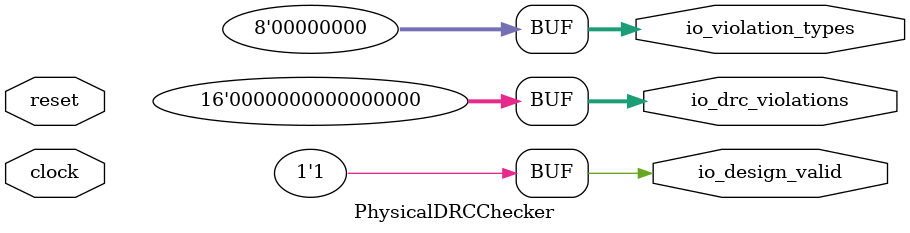
<source format=sv>
module PhysicalDRCChecker(	// src/main/scala/PhysicalConstraints.scala:101:7
  input         clock,	// <stdin>:10:11
                reset,	// <stdin>:11:11
  output        io_design_valid,	// src/main/scala/PhysicalConstraints.scala:102:14
  output [15:0] io_drc_violations,	// src/main/scala/PhysicalConstraints.scala:102:14
  output [7:0]  io_violation_types	// src/main/scala/PhysicalConstraints.scala:102:14
);

  assign io_design_valid = 1'h1;	// src/main/scala/PhysicalConstraints.scala:101:7, :128:42
  assign io_drc_violations = 16'h0;	// src/main/scala/PhysicalConstraints.scala:101:7
  assign io_violation_types = 8'h0;	// src/main/scala/PhysicalConstraints.scala:101:7
endmodule


</source>
